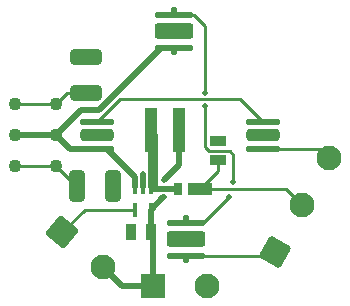
<source format=gbr>
%TF.GenerationSoftware,KiCad,Pcbnew,8.0.0*%
%TF.CreationDate,2024-03-10T03:06:54-05:00*%
%TF.ProjectId,Flashlight,466c6173-686c-4696-9768-742e6b696361,1.0*%
%TF.SameCoordinates,Original*%
%TF.FileFunction,Copper,L1,Top*%
%TF.FilePolarity,Positive*%
%FSLAX46Y46*%
G04 Gerber Fmt 4.6, Leading zero omitted, Abs format (unit mm)*
G04 Created by KiCad (PCBNEW 8.0.0) date 2024-03-10 03:06:54*
%MOMM*%
%LPD*%
G01*
G04 APERTURE LIST*
G04 Aperture macros list*
%AMRoundRect*
0 Rectangle with rounded corners*
0 $1 Rounding radius*
0 $2 $3 $4 $5 $6 $7 $8 $9 X,Y pos of 4 corners*
0 Add a 4 corners polygon primitive as box body*
4,1,4,$2,$3,$4,$5,$6,$7,$8,$9,$2,$3,0*
0 Add four circle primitives for the rounded corners*
1,1,$1+$1,$2,$3*
1,1,$1+$1,$4,$5*
1,1,$1+$1,$6,$7*
1,1,$1+$1,$8,$9*
0 Add four rect primitives between the rounded corners*
20,1,$1+$1,$2,$3,$4,$5,0*
20,1,$1+$1,$4,$5,$6,$7,0*
20,1,$1+$1,$6,$7,$8,$9,0*
20,1,$1+$1,$8,$9,$2,$3,0*%
G04 Aperture macros list end*
%TA.AperFunction,SMDPad,CuDef*%
%ADD10R,0.400000X1.200000*%
%TD*%
%TA.AperFunction,SMDPad,CuDef*%
%ADD11R,0.980000X3.700000*%
%TD*%
%TA.AperFunction,SMDPad,CuDef*%
%ADD12R,2.000000X1.100000*%
%TD*%
%TA.AperFunction,SMDPad,CuDef*%
%ADD13R,0.800000X1.100000*%
%TD*%
%TA.AperFunction,SMDPad,CuDef*%
%ADD14R,0.940000X1.430000*%
%TD*%
%TA.AperFunction,SMDPad,CuDef*%
%ADD15R,1.430000X0.940000*%
%TD*%
%TA.AperFunction,ComponentPad*%
%ADD16RoundRect,0.250001X-0.799999X-0.799999X0.799999X-0.799999X0.799999X0.799999X-0.799999X0.799999X0*%
%TD*%
%TA.AperFunction,ComponentPad*%
%ADD17C,2.100000*%
%TD*%
%TA.AperFunction,ComponentPad*%
%ADD18RoundRect,0.250001X-1.127064X-0.098605X0.098605X-1.127064X1.127064X0.098605X-0.098605X1.127064X0*%
%TD*%
%TA.AperFunction,ComponentPad*%
%ADD19RoundRect,0.250001X0.292820X-1.092819X1.092819X0.292820X-0.292820X1.092819X-1.092819X-0.292820X0*%
%TD*%
%TA.AperFunction,ComponentPad*%
%ADD20C,1.100000*%
%TD*%
%TA.AperFunction,SMDPad,CuDef*%
%ADD21RoundRect,0.250000X-0.400000X-1.075000X0.400000X-1.075000X0.400000X1.075000X-0.400000X1.075000X0*%
%TD*%
%TA.AperFunction,SMDPad,CuDef*%
%ADD22RoundRect,0.250000X1.075000X-0.400000X1.075000X0.400000X-1.075000X0.400000X-1.075000X-0.400000X0*%
%TD*%
%TA.AperFunction,HeatsinkPad*%
%ADD23RoundRect,0.240741X1.409259X-0.409259X1.409259X0.409259X-1.409259X0.409259X-1.409259X-0.409259X0*%
%TD*%
%TA.AperFunction,SMDPad,CuDef*%
%ADD24RoundRect,0.125000X1.525000X-0.125000X1.525000X0.125000X-1.525000X0.125000X-1.525000X-0.125000X0*%
%TD*%
%TA.AperFunction,SMDPad,CuDef*%
%ADD25RoundRect,0.125000X0.125000X-0.143750X0.125000X0.143750X-0.125000X0.143750X-0.125000X-0.143750X0*%
%TD*%
%TA.AperFunction,SMDPad,CuDef*%
%ADD26RoundRect,0.137500X-1.262500X0.137500X-1.262500X-0.137500X1.262500X-0.137500X1.262500X0.137500X0*%
%TD*%
%TA.AperFunction,HeatsinkPad*%
%ADD27RoundRect,0.250000X-1.150000X0.250000X-1.150000X-0.250000X1.150000X-0.250000X1.150000X0.250000X0*%
%TD*%
%TA.AperFunction,SMDPad,CuDef*%
%ADD28RoundRect,0.125000X-1.525000X0.125000X-1.525000X-0.125000X1.525000X-0.125000X1.525000X0.125000X0*%
%TD*%
%TA.AperFunction,SMDPad,CuDef*%
%ADD29RoundRect,0.125000X-0.125000X0.143750X-0.125000X-0.143750X0.125000X-0.143750X0.125000X0.143750X0*%
%TD*%
%TA.AperFunction,HeatsinkPad*%
%ADD30RoundRect,0.240741X-1.409259X0.409259X-1.409259X-0.409259X1.409259X-0.409259X1.409259X0.409259X0*%
%TD*%
%TA.AperFunction,SMDPad,CuDef*%
%ADD31RoundRect,0.137500X1.262500X-0.137500X1.262500X0.137500X-1.262500X0.137500X-1.262500X-0.137500X0*%
%TD*%
%TA.AperFunction,HeatsinkPad*%
%ADD32RoundRect,0.250000X1.150000X-0.250000X1.150000X0.250000X-1.150000X0.250000X-1.150000X-0.250000X0*%
%TD*%
%TA.AperFunction,ViaPad*%
%ADD33C,0.500000*%
%TD*%
%TA.AperFunction,Conductor*%
%ADD34C,0.250000*%
%TD*%
%TA.AperFunction,Conductor*%
%ADD35C,0.500000*%
%TD*%
G04 APERTURE END LIST*
D10*
%TO.P,PS1,1,SW*%
%TO.N,/SW*%
X112400000Y-69200000D03*
%TO.P,PS1,2,GND*%
%TO.N,GND*%
X111750000Y-69200000D03*
%TO.P,PS1,3,FB*%
%TO.N,/FB*%
X111100000Y-69200000D03*
%TO.P,PS1,4,CTRL*%
%TO.N,/CTRL*%
X111100000Y-71100000D03*
%TO.P,PS1,5,VIN*%
%TO.N,/VIN*%
X112400000Y-71100000D03*
%TD*%
D11*
%TO.P,L1,1,1*%
%TO.N,/VIN*%
X114800000Y-64400000D03*
%TO.P,L1,2,2*%
%TO.N,/SW*%
X112430000Y-64400000D03*
%TD*%
D12*
%TO.P,D1,1,K*%
%TO.N,Net-(D1-K)*%
X116575000Y-69400000D03*
D13*
%TO.P,D1,2,A*%
%TO.N,/SW*%
X114675000Y-69400000D03*
%TD*%
D14*
%TO.P,C2,1,1*%
%TO.N,/VIN*%
X112400000Y-73000000D03*
%TO.P,C2,2,2*%
%TO.N,GND*%
X110760000Y-73000000D03*
%TD*%
D15*
%TO.P,C1,1,1*%
%TO.N,Net-(D1-K)*%
X118100000Y-66920000D03*
%TO.P,C1,2,2*%
%TO.N,GND*%
X118100000Y-65280000D03*
%TD*%
D16*
%TO.P,BT1,1,+*%
%TO.N,/VIN*%
X112600000Y-77600000D03*
D17*
%TO.P,BT1,2,-*%
%TO.N,GND*%
X117200000Y-77600000D03*
%TD*%
D18*
%TO.P,SW2,1,1*%
%TO.N,/CTRL*%
X104876196Y-73043177D03*
D17*
%TO.P,SW2,2,2*%
%TO.N,/VIN*%
X108400000Y-76000000D03*
%TD*%
%TO.P,SW1,3,C*%
%TO.N,Net-(LED3-A)*%
X127500000Y-66716282D03*
%TO.P,SW1,2,B*%
%TO.N,Net-(D1-K)*%
X125200000Y-70699999D03*
D19*
%TO.P,SW1,1,A*%
%TO.N,Net-(LED1-A)*%
X122900000Y-74683716D03*
%TD*%
D20*
%TO.P,SW3,1,A*%
%TO.N,Net-(SW3-A)*%
X100900001Y-67400000D03*
X104400001Y-67400000D03*
%TO.P,SW3,2,B*%
%TO.N,/FB*%
X100900001Y-64800000D03*
X104400001Y-64800000D03*
%TO.P,SW3,3,C*%
%TO.N,Net-(SW3-C)*%
X100900001Y-62200000D03*
X104400001Y-62200000D03*
%TD*%
D21*
%TO.P,R1,1*%
%TO.N,Net-(SW3-A)*%
X106150000Y-69100000D03*
%TO.P,R1,2*%
%TO.N,GND*%
X109250000Y-69100000D03*
%TD*%
D22*
%TO.P,R2,1*%
%TO.N,Net-(SW3-C)*%
X106900000Y-61250000D03*
%TO.P,R2,2*%
%TO.N,GND*%
X106900000Y-58150000D03*
%TD*%
D23*
%TO.P,LED1,3,THERMAL_PAD*%
%TO.N,GND*%
X115380000Y-73600000D03*
D24*
%TO.P,LED1,2,A*%
%TO.N,Net-(LED1-A)*%
X115380000Y-75000000D03*
D25*
X115380000Y-75381250D03*
%TO.P,LED1,1,K*%
%TO.N,Net-(LED1-K)*%
X115380000Y-71818750D03*
D24*
X115380000Y-72200000D03*
%TD*%
D26*
%TO.P,LED4,1,K*%
%TO.N,/FB*%
X107880000Y-65935000D03*
%TO.P,LED4,2,A*%
%TO.N,Net-(LED3-K)*%
X107880000Y-63685000D03*
D27*
%TO.P,LED4,3,THERMAL_PAD*%
%TO.N,GND*%
X107880000Y-64810000D03*
%TD*%
D28*
%TO.P,LED2,1,K*%
%TO.N,/FB*%
X114380000Y-57400000D03*
D29*
X114380000Y-57781250D03*
%TO.P,LED2,2,A*%
%TO.N,Net-(LED1-K)*%
X114380000Y-54218750D03*
D28*
X114380000Y-54600000D03*
D30*
%TO.P,LED2,3,THERMAL_PAD*%
%TO.N,GND*%
X114380000Y-56000000D03*
%TD*%
D31*
%TO.P,LED3,1,K*%
%TO.N,Net-(LED3-K)*%
X121880000Y-63685000D03*
%TO.P,LED3,2,A*%
%TO.N,Net-(LED3-A)*%
X121880000Y-65935000D03*
D32*
%TO.P,LED3,3,THERMAL_PAD*%
%TO.N,GND*%
X121880000Y-64810000D03*
%TD*%
D33*
%TO.N,GND*%
X118400000Y-65200000D03*
X117700000Y-65200000D03*
X109400000Y-69100000D03*
X109200000Y-70000000D03*
X109200000Y-68200000D03*
X106000000Y-58000000D03*
X106900000Y-58200000D03*
X107800000Y-58000000D03*
X110700000Y-73300000D03*
X110700000Y-72600000D03*
X111750000Y-68050000D03*
X121300000Y-65000000D03*
X121700000Y-64600000D03*
X122500000Y-64600000D03*
X122100000Y-65000000D03*
X122900000Y-65000000D03*
X120900000Y-64600000D03*
X116600000Y-73900000D03*
X114100000Y-73600000D03*
X116100000Y-73600000D03*
X115600000Y-73900000D03*
X114600000Y-73900000D03*
X115100000Y-73600000D03*
X114600000Y-73300000D03*
X115600000Y-73300000D03*
X116600000Y-73300000D03*
X115600000Y-56000000D03*
X115100000Y-56300000D03*
X115100000Y-55700000D03*
X114600000Y-56000000D03*
X114100000Y-56300000D03*
X114100000Y-55700000D03*
X113600000Y-56000000D03*
X113100000Y-56300000D03*
X113100000Y-55700000D03*
X108900000Y-65000000D03*
X108500000Y-64600000D03*
X107300000Y-65000000D03*
X108100000Y-65000000D03*
X107700000Y-64600000D03*
X106900000Y-64600000D03*
%TO.N,Net-(LED1-K)*%
X119000000Y-70000000D03*
X119400000Y-68800000D03*
X117000000Y-62300000D03*
X117000000Y-61235686D03*
%TO.N,/VIN*%
X113500000Y-70050000D03*
X113500000Y-68600000D03*
%TD*%
D34*
%TO.N,Net-(D1-K)*%
X118100000Y-67875000D02*
X116575000Y-69400000D01*
X118100000Y-66920000D02*
X118100000Y-67875000D01*
%TO.N,Net-(LED1-K)*%
X117000000Y-65800000D02*
X117000000Y-62300000D01*
X119090000Y-66175000D02*
X117375000Y-66175000D01*
X119400000Y-68800000D02*
X119400000Y-66485000D01*
X119400000Y-66485000D02*
X119090000Y-66175000D01*
X117375000Y-66175000D02*
X117000000Y-65800000D01*
X116800000Y-72200000D02*
X115380000Y-72200000D01*
X119000000Y-70000000D02*
X116800000Y-72200000D01*
D35*
%TO.N,GND*%
X111750000Y-68050000D02*
X111750000Y-69200000D01*
%TO.N,/SW*%
X112800000Y-64770000D02*
X112800000Y-69400000D01*
X112430000Y-64400000D02*
X112800000Y-64770000D01*
X114675000Y-69400000D02*
X112800000Y-69400000D01*
X112800000Y-69400000D02*
X112600000Y-69400000D01*
D34*
%TO.N,Net-(SW3-C)*%
X105350000Y-61250000D02*
X104400000Y-62200000D01*
X106900000Y-61250000D02*
X105350000Y-61250000D01*
D35*
%TO.N,/FB*%
X104400001Y-64800000D02*
X106500001Y-62700000D01*
X104400001Y-64800000D02*
X100900001Y-64800000D01*
X108000000Y-62700000D02*
X113300000Y-57400000D01*
X106500001Y-62700000D02*
X108000000Y-62700000D01*
X113300000Y-57400000D02*
X114380000Y-57400000D01*
D34*
%TO.N,Net-(SW3-C)*%
X100900002Y-62200000D02*
X104400000Y-62200000D01*
%TO.N,Net-(SW3-A)*%
X100900002Y-67400000D02*
X104400000Y-67400000D01*
X106100000Y-69100000D02*
X104400000Y-67400000D01*
X106150000Y-69100000D02*
X106100000Y-69100000D01*
D35*
%TO.N,/FB*%
X111100000Y-68319239D02*
X111100000Y-69200000D01*
X108715761Y-65935000D02*
X111100000Y-68319239D01*
X107880000Y-65935000D02*
X108715761Y-65935000D01*
X105535001Y-65935000D02*
X104400001Y-64800000D01*
X107880000Y-65935000D02*
X105535001Y-65935000D01*
D34*
%TO.N,Net-(LED3-A)*%
X126718718Y-65935000D02*
X127500000Y-66716282D01*
X121880000Y-65935000D02*
X126718718Y-65935000D01*
%TO.N,Net-(LED3-K)*%
X109790000Y-61775000D02*
X107880000Y-63685000D01*
X119970000Y-61775000D02*
X109790000Y-61775000D01*
X121880000Y-63685000D02*
X119970000Y-61775000D01*
D35*
%TO.N,/VIN*%
X114800000Y-67300000D02*
X113500000Y-68600000D01*
X114800000Y-64400000D02*
X114800000Y-67300000D01*
%TO.N,/SW*%
X112400000Y-64430000D02*
X112430000Y-64400000D01*
X112400000Y-69200000D02*
X112400000Y-64430000D01*
D34*
%TO.N,Net-(D1-K)*%
X120460000Y-69400000D02*
X120500000Y-69360000D01*
X116575000Y-69400000D02*
X120460000Y-69400000D01*
X123860001Y-69360000D02*
X120500000Y-69360000D01*
X125200000Y-70699999D02*
X123860001Y-69360000D01*
%TO.N,Net-(LED1-K)*%
X116029999Y-54600000D02*
X117000000Y-55570001D01*
X114380000Y-54600000D02*
X116029999Y-54600000D01*
X117000000Y-55570001D02*
X117000000Y-61235686D01*
%TO.N,Net-(LED1-A)*%
X122583716Y-75000000D02*
X115380000Y-75000000D01*
X122900000Y-74683716D02*
X122583716Y-75000000D01*
D35*
%TO.N,/VIN*%
X113450000Y-70050000D02*
X112400000Y-71100000D01*
X113500000Y-70050000D02*
X113450000Y-70050000D01*
D34*
%TO.N,/CTRL*%
X111100000Y-71100000D02*
X106819373Y-71100000D01*
X106819373Y-71100000D02*
X104876196Y-73043177D01*
D35*
%TO.N,/VIN*%
X110000000Y-77600000D02*
X108400000Y-76000000D01*
X112600000Y-77600000D02*
X110000000Y-77600000D01*
X112400000Y-73000000D02*
X112400000Y-71100000D01*
X112600000Y-73200000D02*
X112400000Y-73000000D01*
X112600000Y-77600000D02*
X112600000Y-73200000D01*
%TD*%
M02*

</source>
